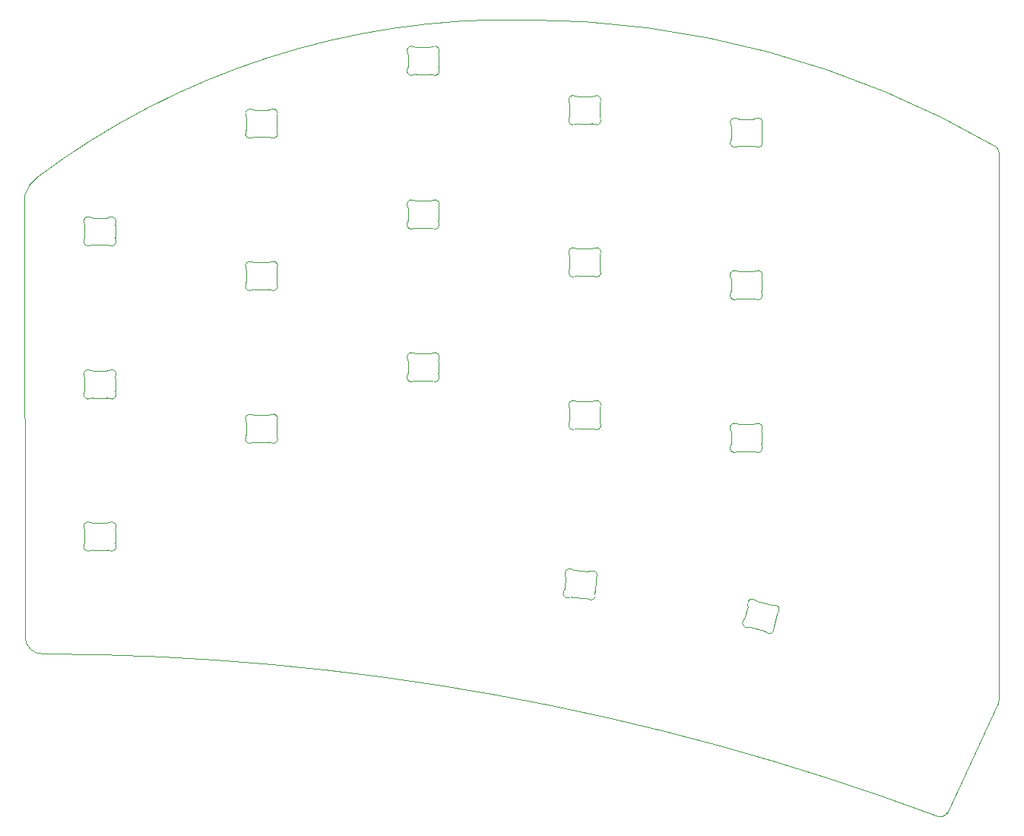
<source format=gbr>
%TF.GenerationSoftware,KiCad,Pcbnew,(6.0.0)*%
%TF.CreationDate,2022-05-05T22:03:01-07:00*%
%TF.ProjectId,half-swept,68616c66-2d73-4776-9570-742e6b696361,rev?*%
%TF.SameCoordinates,Original*%
%TF.FileFunction,Profile,NP*%
%FSLAX46Y46*%
G04 Gerber Fmt 4.6, Leading zero omitted, Abs format (unit mm)*
G04 Created by KiCad (PCBNEW (6.0.0)) date 2022-05-05 22:03:01*
%MOMM*%
%LPD*%
G01*
G04 APERTURE LIST*
%TA.AperFunction,Profile*%
%ADD10C,0.050000*%
%TD*%
%TA.AperFunction,Profile*%
%ADD11C,0.100000*%
%TD*%
G04 APERTURE END LIST*
D10*
X13807040Y-31874542D02*
X13847239Y-81142862D01*
X122358985Y-27281614D02*
G75*
G03*
X121996986Y-26477840I-1044782J12862D01*
G01*
X15233984Y-29860839D02*
G75*
G03*
X13807040Y-31874542I2445015J-3245009D01*
G01*
X121996986Y-26477840D02*
G75*
G03*
X69496986Y-12327839I-52476917J-90233342D01*
G01*
X115340162Y-101012044D02*
G75*
G03*
X15884985Y-82978959I-99965884J-268055213D01*
G01*
X13847238Y-81142862D02*
G75*
G03*
X15884985Y-82978959I1977998J146412D01*
G01*
X122358985Y-27281614D02*
X122358985Y-87977839D01*
X69496986Y-12327839D02*
G75*
G03*
X15233984Y-29860839I-1656758J-87608458D01*
G01*
X122246984Y-88477838D02*
G75*
G03*
X122358985Y-87977839I-1060057J499999D01*
G01*
X115340162Y-101012044D02*
G75*
G03*
X116546986Y-100677839I439902J757543D01*
G01*
X122246984Y-88477838D02*
X116546986Y-100677839D01*
D11*
%TO.C,D12*%
X73934949Y-75769171D02*
X74057463Y-74368836D01*
X75029041Y-73653636D02*
X76611900Y-73792118D01*
X76350431Y-76780701D02*
X74767574Y-76642219D01*
X77444523Y-74665165D02*
X77322009Y-76065500D01*
X76611900Y-73792118D02*
G75*
G03*
X76869150Y-73746065I43577J498098D01*
G01*
X77512722Y-74453425D02*
G75*
G03*
X77444523Y-74665164I429880J-255312D01*
G01*
X76595778Y-76870726D02*
G75*
G03*
X77352404Y-76285865I288923J408073D01*
G01*
X73866751Y-75980911D02*
G75*
G03*
X74510322Y-76688270I429898J-255316D01*
G01*
X74783694Y-73563610D02*
G75*
G03*
X75029040Y-73653635I288928J408081D01*
G01*
X74783694Y-73563609D02*
G75*
G03*
X74027068Y-74148470I-288923J-408073D01*
G01*
X73866751Y-75980911D02*
G75*
G03*
X73934949Y-75769172I-429889J255315D01*
G01*
X77322010Y-76065500D02*
G75*
G03*
X77352404Y-76285866I498087J-43579D01*
G01*
X77512723Y-74453425D02*
G75*
G03*
X76869150Y-73746065I-429900J255316D01*
G01*
X74057462Y-74368836D02*
G75*
G03*
X74027068Y-74148470I-498086J43579D01*
G01*
X74767574Y-76642218D02*
G75*
G03*
X74510323Y-76688272I-43576J-498108D01*
G01*
X76595778Y-76870726D02*
G75*
G03*
X76350431Y-76780701I-288927J-408081D01*
G01*
%TO.C,D16*%
X38496986Y-24600681D02*
X38496986Y-23194997D01*
X41896984Y-23194997D02*
X41896984Y-24600681D01*
X39402533Y-22397840D02*
X40991438Y-22397840D01*
X40991437Y-25397839D02*
X39402533Y-25397839D01*
X39402533Y-25397839D02*
G75*
G03*
X39150275Y-25466138I3J-500009D01*
G01*
X41946469Y-22978119D02*
G75*
G03*
X41896984Y-23194996I450505J-216876D01*
G01*
X41243696Y-25466138D02*
G75*
G03*
X41946469Y-24817558I252259J431700D01*
G01*
X40991438Y-22397840D02*
G75*
G03*
X41243696Y-22329541I-3J500009D01*
G01*
X41896984Y-24600681D02*
G75*
G03*
X41946469Y-24817559I499990J-2D01*
G01*
X38447501Y-24817559D02*
G75*
G03*
X38496986Y-24600682I-450505J216876D01*
G01*
X38496986Y-23194997D02*
G75*
G03*
X38447501Y-22978119I-499990J2D01*
G01*
X39150274Y-22329540D02*
G75*
G03*
X38447501Y-22978119I-252258J-431701D01*
G01*
X41946468Y-22978119D02*
G75*
G03*
X41243696Y-22329541I-450514J216878D01*
G01*
X41243696Y-25466138D02*
G75*
G03*
X40991437Y-25397839I-252261J-431710D01*
G01*
X39150274Y-22329540D02*
G75*
G03*
X39402532Y-22397839I252261J431710D01*
G01*
X38447501Y-24817559D02*
G75*
G03*
X39150274Y-25466136I450515J-216877D01*
G01*
%TO.C,D8*%
X56496984Y-51734680D02*
X56496984Y-50328996D01*
X59896982Y-50328996D02*
X59896982Y-51734680D01*
X57402531Y-49531839D02*
X58991436Y-49531839D01*
X58991435Y-52531838D02*
X57402531Y-52531838D01*
X59243694Y-52600137D02*
G75*
G03*
X59946467Y-51951557I252259J431700D01*
G01*
X59946466Y-50112118D02*
G75*
G03*
X59243694Y-49463540I-450514J216878D01*
G01*
X57402531Y-52531838D02*
G75*
G03*
X57150273Y-52600137I3J-500009D01*
G01*
X56447499Y-51951558D02*
G75*
G03*
X57150272Y-52600135I450515J-216877D01*
G01*
X56447499Y-51951558D02*
G75*
G03*
X56496984Y-51734681I-450505J216876D01*
G01*
X57150272Y-49463539D02*
G75*
G03*
X56447499Y-50112118I-252258J-431701D01*
G01*
X59896982Y-51734680D02*
G75*
G03*
X59946467Y-51951558I499990J-2D01*
G01*
X57150272Y-49463539D02*
G75*
G03*
X57402530Y-49531838I252261J431710D01*
G01*
X58991436Y-49531839D02*
G75*
G03*
X59243694Y-49463540I-3J500009D01*
G01*
X59946467Y-50112118D02*
G75*
G03*
X59896982Y-50328995I450505J-216876D01*
G01*
X59243694Y-52600137D02*
G75*
G03*
X58991435Y-52531838I-252261J-431710D01*
G01*
X56496984Y-50328996D02*
G75*
G03*
X56447499Y-50112118I-499990J2D01*
G01*
%TO.C,D2*%
X56496985Y-17600681D02*
X56496985Y-16194997D01*
X59896983Y-16194997D02*
X59896983Y-17600681D01*
X58991436Y-18397839D02*
X57402532Y-18397839D01*
X57402532Y-15397840D02*
X58991437Y-15397840D01*
X56447500Y-17817559D02*
G75*
G03*
X57150273Y-18466136I450515J-216877D01*
G01*
X59946467Y-15978119D02*
G75*
G03*
X59243695Y-15329541I-450514J216878D01*
G01*
X59243695Y-18466138D02*
G75*
G03*
X59946468Y-17817558I252259J431700D01*
G01*
X57150273Y-15329540D02*
G75*
G03*
X57402531Y-15397839I252261J431710D01*
G01*
X59243695Y-18466138D02*
G75*
G03*
X58991436Y-18397839I-252261J-431710D01*
G01*
X58991437Y-15397840D02*
G75*
G03*
X59243695Y-15329541I-3J500009D01*
G01*
X57150273Y-15329540D02*
G75*
G03*
X56447500Y-15978119I-252258J-431701D01*
G01*
X59946468Y-15978119D02*
G75*
G03*
X59896983Y-16194996I450505J-216876D01*
G01*
X56447500Y-17817559D02*
G75*
G03*
X56496985Y-17600682I-450505J216876D01*
G01*
X57402532Y-18397839D02*
G75*
G03*
X57150274Y-18466138I3J-500009D01*
G01*
X59896983Y-17600681D02*
G75*
G03*
X59946468Y-17817559I499990J-2D01*
G01*
X56496985Y-16194997D02*
G75*
G03*
X56447500Y-15978119I-499990J2D01*
G01*
%TO.C,D15*%
X95432631Y-77116428D02*
X96967396Y-77527667D01*
X97635767Y-78532034D02*
X97271949Y-79889820D01*
X96190938Y-80425443D02*
X94656174Y-80014204D01*
X93987803Y-79009836D02*
X94351621Y-77652049D01*
X94656174Y-80014204D02*
G75*
G03*
X94394835Y-80014887I-129408J-482973D01*
G01*
X93883872Y-79206516D02*
G75*
G03*
X93987803Y-79009837I-379023J326085D01*
G01*
X93883871Y-79206516D02*
G75*
G03*
X94394834Y-80014885I379033J-326089D01*
G01*
X95206645Y-76985166D02*
G75*
G03*
X94359954Y-77429754I-355395J-351702D01*
G01*
X97739698Y-78335353D02*
G75*
G03*
X97635767Y-78532033I379014J-326081D01*
G01*
X96416924Y-80556704D02*
G75*
G03*
X96190938Y-80425443I-355404J-351716D01*
G01*
X95206646Y-76985165D02*
G75*
G03*
X95432631Y-77116426I355399J351709D01*
G01*
X96967396Y-77527666D02*
G75*
G03*
X97228735Y-77526984I129409J482964D01*
G01*
X97739698Y-78335353D02*
G75*
G03*
X97228735Y-77526984I-379033J326089D01*
G01*
X94351621Y-77652049D02*
G75*
G03*
X94359954Y-77429754I-482953J129408D01*
G01*
X96416924Y-80556704D02*
G75*
G03*
X97263616Y-80112115I355396J351701D01*
G01*
X97271948Y-79889820D02*
G75*
G03*
X97263615Y-80112116I482954J-129409D01*
G01*
%TO.C,D11*%
X74496986Y-57068682D02*
X74496986Y-55662998D01*
X75402533Y-54865841D02*
X76991438Y-54865841D01*
X77896984Y-55662998D02*
X77896984Y-57068682D01*
X76991437Y-57865840D02*
X75402533Y-57865840D01*
X75402533Y-57865840D02*
G75*
G03*
X75150275Y-57934139I3J-500009D01*
G01*
X74496986Y-55662998D02*
G75*
G03*
X74447501Y-55446120I-499990J2D01*
G01*
X77243696Y-57934139D02*
G75*
G03*
X76991437Y-57865840I-252261J-431710D01*
G01*
X77896984Y-57068682D02*
G75*
G03*
X77946469Y-57285560I499990J-2D01*
G01*
X77946469Y-55446120D02*
G75*
G03*
X77896984Y-55662997I450505J-216876D01*
G01*
X77243696Y-57934139D02*
G75*
G03*
X77946469Y-57285559I252259J431700D01*
G01*
X74447501Y-57285560D02*
G75*
G03*
X74496986Y-57068683I-450505J216876D01*
G01*
X74447501Y-57285560D02*
G75*
G03*
X75150274Y-57934137I450515J-216877D01*
G01*
X76991438Y-54865841D02*
G75*
G03*
X77243696Y-54797542I-3J500009D01*
G01*
X75150274Y-54797541D02*
G75*
G03*
X74447501Y-55446120I-252258J-431701D01*
G01*
X77946468Y-55446120D02*
G75*
G03*
X77243696Y-54797542I-450514J216878D01*
G01*
X75150274Y-54797541D02*
G75*
G03*
X75402532Y-54865840I252261J431710D01*
G01*
%TO.C,D14*%
X76991437Y-40847840D02*
X75402533Y-40847840D01*
X74496986Y-40050682D02*
X74496986Y-38644998D01*
X77896984Y-38644998D02*
X77896984Y-40050682D01*
X75402533Y-37847841D02*
X76991438Y-37847841D01*
X76991438Y-37847841D02*
G75*
G03*
X77243696Y-37779542I-3J500009D01*
G01*
X74447501Y-40267560D02*
G75*
G03*
X74496986Y-40050683I-450505J216876D01*
G01*
X74447501Y-40267560D02*
G75*
G03*
X75150274Y-40916137I450515J-216877D01*
G01*
X75150274Y-37779541D02*
G75*
G03*
X75402532Y-37847840I252261J431710D01*
G01*
X74496986Y-38644998D02*
G75*
G03*
X74447501Y-38428120I-499990J2D01*
G01*
X77243696Y-40916139D02*
G75*
G03*
X77946469Y-40267559I252259J431700D01*
G01*
X77243696Y-40916139D02*
G75*
G03*
X76991437Y-40847840I-252261J-431710D01*
G01*
X75150274Y-37779541D02*
G75*
G03*
X74447501Y-38428120I-252258J-431701D01*
G01*
X75402533Y-40847840D02*
G75*
G03*
X75150275Y-40916139I3J-500009D01*
G01*
X77946469Y-38428120D02*
G75*
G03*
X77896984Y-38644997I450505J-216876D01*
G01*
X77946468Y-38428120D02*
G75*
G03*
X77243696Y-37779542I-450514J216878D01*
G01*
X77896984Y-40050682D02*
G75*
G03*
X77946469Y-40267560I499990J-2D01*
G01*
%TO.C,D10*%
X39402533Y-56389839D02*
X40991438Y-56389839D01*
X40991437Y-59389838D02*
X39402533Y-59389838D01*
X38496986Y-58592680D02*
X38496986Y-57186996D01*
X41896984Y-57186996D02*
X41896984Y-58592680D01*
X41946469Y-56970118D02*
G75*
G03*
X41896984Y-57186995I450505J-216876D01*
G01*
X41243696Y-59458137D02*
G75*
G03*
X41946469Y-58809557I252259J431700D01*
G01*
X41243696Y-59458137D02*
G75*
G03*
X40991437Y-59389838I-252261J-431710D01*
G01*
X40991438Y-56389839D02*
G75*
G03*
X41243696Y-56321540I-3J500009D01*
G01*
X39402533Y-59389838D02*
G75*
G03*
X39150275Y-59458137I3J-500009D01*
G01*
X38447501Y-58809558D02*
G75*
G03*
X39150274Y-59458135I450515J-216877D01*
G01*
X41896984Y-58592680D02*
G75*
G03*
X41946469Y-58809558I499990J-2D01*
G01*
X39150274Y-56321539D02*
G75*
G03*
X38447501Y-56970118I-252258J-431701D01*
G01*
X38447501Y-58809558D02*
G75*
G03*
X38496986Y-58592681I-450505J216876D01*
G01*
X39150274Y-56321539D02*
G75*
G03*
X39402532Y-56389838I252261J431710D01*
G01*
X38496986Y-57186996D02*
G75*
G03*
X38447501Y-56970118I-499990J2D01*
G01*
X41946468Y-56970118D02*
G75*
G03*
X41243696Y-56321540I-450514J216878D01*
G01*
%TO.C,D1*%
X20496986Y-36600681D02*
X20496986Y-35194997D01*
X23896984Y-35194997D02*
X23896984Y-36600681D01*
X22991437Y-37397839D02*
X21402533Y-37397839D01*
X21402533Y-34397840D02*
X22991438Y-34397840D01*
X21150274Y-34329540D02*
G75*
G03*
X20447501Y-34978119I-252258J-431701D01*
G01*
X22991438Y-34397840D02*
G75*
G03*
X23243696Y-34329541I-3J500009D01*
G01*
X21402533Y-37397839D02*
G75*
G03*
X21150275Y-37466138I3J-500009D01*
G01*
X23243696Y-37466138D02*
G75*
G03*
X22991437Y-37397839I-252261J-431710D01*
G01*
X23896984Y-36600681D02*
G75*
G03*
X23946469Y-36817559I499990J-2D01*
G01*
X23946468Y-34978119D02*
G75*
G03*
X23243696Y-34329541I-450514J216878D01*
G01*
X20447501Y-36817559D02*
G75*
G03*
X21150274Y-37466136I450515J-216877D01*
G01*
X23243696Y-37466138D02*
G75*
G03*
X23946469Y-36817558I252259J431700D01*
G01*
X23946469Y-34978119D02*
G75*
G03*
X23896984Y-35194996I450505J-216876D01*
G01*
X21150274Y-34329540D02*
G75*
G03*
X21402532Y-34397839I252261J431710D01*
G01*
X20496986Y-35194997D02*
G75*
G03*
X20447501Y-34978119I-499990J2D01*
G01*
X20447501Y-36817559D02*
G75*
G03*
X20496986Y-36600682I-450505J216876D01*
G01*
%TO.C,D9*%
X93382533Y-57405840D02*
X94971438Y-57405840D01*
X92476986Y-59608681D02*
X92476986Y-58202997D01*
X94971437Y-60405839D02*
X93382533Y-60405839D01*
X95876984Y-58202997D02*
X95876984Y-59608681D01*
X93130274Y-57337540D02*
G75*
G03*
X92427501Y-57986119I-252258J-431701D01*
G01*
X95876984Y-59608681D02*
G75*
G03*
X95926469Y-59825559I499990J-2D01*
G01*
X92427501Y-59825559D02*
G75*
G03*
X92476986Y-59608682I-450505J216876D01*
G01*
X95223696Y-60474138D02*
G75*
G03*
X94971437Y-60405839I-252261J-431710D01*
G01*
X95926468Y-57986119D02*
G75*
G03*
X95223696Y-57337541I-450514J216878D01*
G01*
X92427501Y-59825559D02*
G75*
G03*
X93130274Y-60474136I450515J-216877D01*
G01*
X93382533Y-60405839D02*
G75*
G03*
X93130275Y-60474138I3J-500009D01*
G01*
X94971438Y-57405840D02*
G75*
G03*
X95223696Y-57337541I-3J500009D01*
G01*
X93130274Y-57337540D02*
G75*
G03*
X93382532Y-57405839I252261J431710D01*
G01*
X92476986Y-58202997D02*
G75*
G03*
X92427501Y-57986119I-499990J2D01*
G01*
X95926469Y-57986119D02*
G75*
G03*
X95876984Y-58202996I450505J-216876D01*
G01*
X95223696Y-60474138D02*
G75*
G03*
X95926469Y-59825558I252259J431700D01*
G01*
%TO.C,D17*%
X74496986Y-23100681D02*
X74496986Y-21694997D01*
X77896984Y-21694997D02*
X77896984Y-23100681D01*
X76991437Y-23897839D02*
X75402533Y-23897839D01*
X75402533Y-20897840D02*
X76991438Y-20897840D01*
X75150274Y-20829540D02*
G75*
G03*
X74447501Y-21478119I-252258J-431701D01*
G01*
X74496986Y-21694997D02*
G75*
G03*
X74447501Y-21478119I-499990J2D01*
G01*
X75150274Y-20829540D02*
G75*
G03*
X75402532Y-20897839I252261J431710D01*
G01*
X74447501Y-23317559D02*
G75*
G03*
X75150274Y-23966136I450515J-216877D01*
G01*
X77946469Y-21478119D02*
G75*
G03*
X77896984Y-21694996I450505J-216876D01*
G01*
X77243696Y-23966138D02*
G75*
G03*
X77946469Y-23317558I252259J431700D01*
G01*
X77243696Y-23966138D02*
G75*
G03*
X76991437Y-23897839I-252261J-431710D01*
G01*
X75402533Y-23897839D02*
G75*
G03*
X75150275Y-23966138I3J-500009D01*
G01*
X77896984Y-23100681D02*
G75*
G03*
X77946469Y-23317559I499990J-2D01*
G01*
X76991438Y-20897840D02*
G75*
G03*
X77243696Y-20829541I-3J500009D01*
G01*
X77946468Y-21478119D02*
G75*
G03*
X77243696Y-20829541I-450514J216878D01*
G01*
X74447501Y-23317559D02*
G75*
G03*
X74496986Y-23100682I-450505J216876D01*
G01*
%TO.C,D4*%
X20496985Y-53650681D02*
X20496985Y-52244997D01*
X22991436Y-54447839D02*
X21402532Y-54447839D01*
X21402532Y-51447840D02*
X22991437Y-51447840D01*
X23896983Y-52244997D02*
X23896983Y-53650681D01*
X23243695Y-54516138D02*
G75*
G03*
X22991436Y-54447839I-252261J-431710D01*
G01*
X21150273Y-51379540D02*
G75*
G03*
X21402531Y-51447839I252261J431710D01*
G01*
X23243695Y-54516138D02*
G75*
G03*
X23946468Y-53867558I252259J431700D01*
G01*
X23946468Y-52028119D02*
G75*
G03*
X23896983Y-52244996I450505J-216876D01*
G01*
X21150273Y-51379540D02*
G75*
G03*
X20447500Y-52028119I-252258J-431701D01*
G01*
X23946467Y-52028119D02*
G75*
G03*
X23243695Y-51379541I-450514J216878D01*
G01*
X21402532Y-54447839D02*
G75*
G03*
X21150274Y-54516138I3J-500009D01*
G01*
X20447500Y-53867559D02*
G75*
G03*
X21150273Y-54516136I450515J-216877D01*
G01*
X22991437Y-51447840D02*
G75*
G03*
X23243695Y-51379541I-3J500009D01*
G01*
X20496985Y-52244997D02*
G75*
G03*
X20447500Y-52028119I-499990J2D01*
G01*
X20447500Y-53867559D02*
G75*
G03*
X20496985Y-53650682I-450505J216876D01*
G01*
X23896983Y-53650681D02*
G75*
G03*
X23946468Y-53867559I499990J-2D01*
G01*
%TO.C,D3*%
X93402532Y-23397840D02*
X94991437Y-23397840D01*
X95896983Y-24194997D02*
X95896983Y-25600681D01*
X94991436Y-26397839D02*
X93402532Y-26397839D01*
X92496985Y-25600681D02*
X92496985Y-24194997D01*
X92496985Y-24194997D02*
G75*
G03*
X92447500Y-23978119I-499990J2D01*
G01*
X92447500Y-25817559D02*
G75*
G03*
X93150273Y-26466136I450515J-216877D01*
G01*
X93150273Y-23329540D02*
G75*
G03*
X93402531Y-23397839I252261J431710D01*
G01*
X95243695Y-26466138D02*
G75*
G03*
X94991436Y-26397839I-252261J-431710D01*
G01*
X94991437Y-23397840D02*
G75*
G03*
X95243695Y-23329541I-3J500009D01*
G01*
X95896983Y-25600681D02*
G75*
G03*
X95946468Y-25817559I499990J-2D01*
G01*
X93150273Y-23329540D02*
G75*
G03*
X92447500Y-23978119I-252258J-431701D01*
G01*
X95946467Y-23978119D02*
G75*
G03*
X95243695Y-23329541I-450514J216878D01*
G01*
X95243695Y-26466138D02*
G75*
G03*
X95946468Y-25817558I252259J431700D01*
G01*
X95946468Y-23978119D02*
G75*
G03*
X95896983Y-24194996I450505J-216876D01*
G01*
X92447500Y-25817559D02*
G75*
G03*
X92496985Y-25600682I-450505J216876D01*
G01*
X93402532Y-26397839D02*
G75*
G03*
X93150274Y-26466138I3J-500009D01*
G01*
%TO.C,D7*%
X21402533Y-68397840D02*
X22991438Y-68397840D01*
X23896984Y-69194997D02*
X23896984Y-70600681D01*
X22991437Y-71397839D02*
X21402533Y-71397839D01*
X20496986Y-70600681D02*
X20496986Y-69194997D01*
X23243696Y-71466138D02*
G75*
G03*
X23946469Y-70817558I252259J431700D01*
G01*
X21402533Y-71397839D02*
G75*
G03*
X21150275Y-71466138I3J-500009D01*
G01*
X20496986Y-69194997D02*
G75*
G03*
X20447501Y-68978119I-499990J2D01*
G01*
X23946469Y-68978119D02*
G75*
G03*
X23896984Y-69194996I450505J-216876D01*
G01*
X20447501Y-70817559D02*
G75*
G03*
X21150274Y-71466136I450515J-216877D01*
G01*
X21150274Y-68329540D02*
G75*
G03*
X21402532Y-68397839I252261J431710D01*
G01*
X21150274Y-68329540D02*
G75*
G03*
X20447501Y-68978119I-252258J-431701D01*
G01*
X23946468Y-68978119D02*
G75*
G03*
X23243696Y-68329541I-450514J216878D01*
G01*
X20447501Y-70817559D02*
G75*
G03*
X20496986Y-70600682I-450505J216876D01*
G01*
X23243696Y-71466138D02*
G75*
G03*
X22991437Y-71397839I-252261J-431710D01*
G01*
X23896984Y-70600681D02*
G75*
G03*
X23946469Y-70817559I499990J-2D01*
G01*
X22991438Y-68397840D02*
G75*
G03*
X23243696Y-68329541I-3J500009D01*
G01*
%TO.C,D5*%
X56496986Y-34716681D02*
X56496986Y-33310997D01*
X59896984Y-33310997D02*
X59896984Y-34716681D01*
X58991437Y-35513839D02*
X57402533Y-35513839D01*
X57402533Y-32513840D02*
X58991438Y-32513840D01*
X56496986Y-33310997D02*
G75*
G03*
X56447501Y-33094119I-499990J2D01*
G01*
X58991438Y-32513840D02*
G75*
G03*
X59243696Y-32445541I-3J500009D01*
G01*
X57150274Y-32445540D02*
G75*
G03*
X57402532Y-32513839I252261J431710D01*
G01*
X59243696Y-35582138D02*
G75*
G03*
X59946469Y-34933558I252259J431700D01*
G01*
X56447501Y-34933559D02*
G75*
G03*
X56496986Y-34716682I-450505J216876D01*
G01*
X57402533Y-35513839D02*
G75*
G03*
X57150275Y-35582138I3J-500009D01*
G01*
X59243696Y-35582138D02*
G75*
G03*
X58991437Y-35513839I-252261J-431710D01*
G01*
X59946469Y-33094119D02*
G75*
G03*
X59896984Y-33310996I450505J-216876D01*
G01*
X59896984Y-34716681D02*
G75*
G03*
X59946469Y-34933559I499990J-2D01*
G01*
X56447501Y-34933559D02*
G75*
G03*
X57150274Y-35582136I450515J-216877D01*
G01*
X59946468Y-33094119D02*
G75*
G03*
X59243696Y-32445541I-450514J216878D01*
G01*
X57150274Y-32445540D02*
G75*
G03*
X56447501Y-33094119I-252258J-431701D01*
G01*
%TO.C,D6*%
X95876983Y-41184997D02*
X95876983Y-42590681D01*
X94971436Y-43387839D02*
X93382532Y-43387839D01*
X92476985Y-42590681D02*
X92476985Y-41184997D01*
X93382532Y-40387840D02*
X94971437Y-40387840D01*
X95223695Y-43456138D02*
G75*
G03*
X94971436Y-43387839I-252261J-431710D01*
G01*
X92427500Y-42807559D02*
G75*
G03*
X93130273Y-43456136I450515J-216877D01*
G01*
X95926468Y-40968119D02*
G75*
G03*
X95876983Y-41184996I450505J-216876D01*
G01*
X93382532Y-43387839D02*
G75*
G03*
X93130274Y-43456138I3J-500009D01*
G01*
X95926467Y-40968119D02*
G75*
G03*
X95223695Y-40319541I-450514J216878D01*
G01*
X95876983Y-42590681D02*
G75*
G03*
X95926468Y-42807559I499990J-2D01*
G01*
X92476985Y-41184997D02*
G75*
G03*
X92427500Y-40968119I-499990J2D01*
G01*
X93130273Y-40319540D02*
G75*
G03*
X93382531Y-40387839I252261J431710D01*
G01*
X92427500Y-42807559D02*
G75*
G03*
X92476985Y-42590682I-450505J216876D01*
G01*
X94971437Y-40387840D02*
G75*
G03*
X95223695Y-40319541I-3J500009D01*
G01*
X93130273Y-40319540D02*
G75*
G03*
X92427500Y-40968119I-252258J-431701D01*
G01*
X95223695Y-43456138D02*
G75*
G03*
X95926468Y-42807558I252259J431700D01*
G01*
%TO.C,D13*%
X41896984Y-40168997D02*
X41896984Y-41574681D01*
X40991437Y-42371839D02*
X39402533Y-42371839D01*
X38496986Y-41574681D02*
X38496986Y-40168997D01*
X39402533Y-39371840D02*
X40991438Y-39371840D01*
X41946468Y-39952119D02*
G75*
G03*
X41243696Y-39303541I-450514J216878D01*
G01*
X41243696Y-42440138D02*
G75*
G03*
X41946469Y-41791558I252259J431700D01*
G01*
X40991438Y-39371840D02*
G75*
G03*
X41243696Y-39303541I-3J500009D01*
G01*
X38447501Y-41791559D02*
G75*
G03*
X38496986Y-41574682I-450505J216876D01*
G01*
X39150274Y-39303540D02*
G75*
G03*
X38447501Y-39952119I-252258J-431701D01*
G01*
X41896984Y-41574681D02*
G75*
G03*
X41946469Y-41791559I499990J-2D01*
G01*
X41243696Y-42440138D02*
G75*
G03*
X40991437Y-42371839I-252261J-431710D01*
G01*
X38447501Y-41791559D02*
G75*
G03*
X39150274Y-42440136I450515J-216877D01*
G01*
X39150274Y-39303540D02*
G75*
G03*
X39402532Y-39371839I252261J431710D01*
G01*
X41946469Y-39952119D02*
G75*
G03*
X41896984Y-40168996I450505J-216876D01*
G01*
X38496986Y-40168997D02*
G75*
G03*
X38447501Y-39952119I-499990J2D01*
G01*
X39402533Y-42371839D02*
G75*
G03*
X39150275Y-42440138I3J-500009D01*
G01*
%TO.C,D34*%
X39402533Y-25397839D02*
X40991437Y-25397839D01*
X40991437Y-22397840D02*
X39402532Y-22397840D01*
X38496986Y-23194997D02*
X38496986Y-24600681D01*
X41896984Y-24600681D02*
X41896984Y-23194997D01*
X41946469Y-22978119D02*
G75*
G03*
X41896984Y-23194997I450505J-216876D01*
G01*
X41896984Y-24600682D02*
G75*
G03*
X41946469Y-24817559I499990J-1D01*
G01*
X40991438Y-22397839D02*
G75*
G03*
X41243696Y-22329540I5J499982D01*
G01*
X41946469Y-22978119D02*
G75*
G03*
X41243696Y-22329540I-450515J216878D01*
G01*
X38447501Y-24817559D02*
G75*
G03*
X38496986Y-24600681I-450505J216876D01*
G01*
X39150274Y-22329542D02*
G75*
G03*
X38447501Y-22978119I-252258J-431700D01*
G01*
X39150274Y-22329541D02*
G75*
G03*
X39402532Y-22397840I252261J431710D01*
G01*
X38496986Y-23194996D02*
G75*
G03*
X38447501Y-22978119I-499990J1D01*
G01*
X41243695Y-25466138D02*
G75*
G03*
X40991437Y-25397839I-252261J-431710D01*
G01*
X41243696Y-25466136D02*
G75*
G03*
X41946469Y-24817559I252258J431700D01*
G01*
X38447500Y-24817557D02*
G75*
G03*
X39150274Y-25466138I450516J-216879D01*
G01*
X39402533Y-25397839D02*
G75*
G03*
X39150274Y-25466138I-6J-499982D01*
G01*
%TO.C,D26*%
X59896982Y-51734680D02*
X59896982Y-50328996D01*
X56496984Y-50328996D02*
X56496984Y-51734680D01*
X57402531Y-52531838D02*
X58991435Y-52531838D01*
X58991435Y-49531839D02*
X57402530Y-49531839D01*
X59243694Y-52600135D02*
G75*
G03*
X59946467Y-51951558I252258J431700D01*
G01*
X59946467Y-50112118D02*
G75*
G03*
X59243694Y-49463539I-450515J216878D01*
G01*
X56447499Y-51951558D02*
G75*
G03*
X56496984Y-51734680I-450505J216876D01*
G01*
X57150272Y-49463540D02*
G75*
G03*
X57402530Y-49531839I252261J431710D01*
G01*
X56447498Y-51951556D02*
G75*
G03*
X57150272Y-52600137I450516J-216879D01*
G01*
X59946467Y-50112118D02*
G75*
G03*
X59896982Y-50328996I450505J-216876D01*
G01*
X57150272Y-49463541D02*
G75*
G03*
X56447499Y-50112118I-252258J-431700D01*
G01*
X59243693Y-52600137D02*
G75*
G03*
X58991435Y-52531838I-252261J-431710D01*
G01*
X56496984Y-50328995D02*
G75*
G03*
X56447499Y-50112118I-499990J1D01*
G01*
X58991436Y-49531838D02*
G75*
G03*
X59243694Y-49463539I5J499982D01*
G01*
X57402531Y-52531838D02*
G75*
G03*
X57150272Y-52600137I-6J-499982D01*
G01*
X59896982Y-51734681D02*
G75*
G03*
X59946467Y-51951558I499990J-1D01*
G01*
%TO.C,D31*%
X38496986Y-40168997D02*
X38496986Y-41574681D01*
X41896984Y-41574681D02*
X41896984Y-40168997D01*
X39402533Y-42371839D02*
X40991437Y-42371839D01*
X40991437Y-39371840D02*
X39402532Y-39371840D01*
X41946469Y-39952119D02*
G75*
G03*
X41896984Y-40168997I450505J-216876D01*
G01*
X40991438Y-39371839D02*
G75*
G03*
X41243696Y-39303540I5J499982D01*
G01*
X38447500Y-41791557D02*
G75*
G03*
X39150274Y-42440138I450516J-216879D01*
G01*
X39402533Y-42371839D02*
G75*
G03*
X39150274Y-42440138I-6J-499982D01*
G01*
X39150274Y-39303542D02*
G75*
G03*
X38447501Y-39952119I-252258J-431700D01*
G01*
X41243696Y-42440136D02*
G75*
G03*
X41946469Y-41791559I252258J431700D01*
G01*
X39150274Y-39303541D02*
G75*
G03*
X39402532Y-39371840I252261J431710D01*
G01*
X38496986Y-40168996D02*
G75*
G03*
X38447501Y-39952119I-499990J1D01*
G01*
X41896984Y-41574682D02*
G75*
G03*
X41946469Y-41791559I499990J-1D01*
G01*
X38447501Y-41791559D02*
G75*
G03*
X38496986Y-41574681I-450505J216876D01*
G01*
X41946469Y-39952119D02*
G75*
G03*
X41243696Y-39303540I-450515J216878D01*
G01*
X41243695Y-42440138D02*
G75*
G03*
X40991437Y-42371839I-252261J-431710D01*
G01*
%TO.C,D28*%
X41896984Y-58592680D02*
X41896984Y-57186996D01*
X40991437Y-56389839D02*
X39402532Y-56389839D01*
X39402533Y-59389838D02*
X40991437Y-59389838D01*
X38496986Y-57186996D02*
X38496986Y-58592680D01*
X41946469Y-56970118D02*
G75*
G03*
X41243696Y-56321539I-450515J216878D01*
G01*
X41243695Y-59458137D02*
G75*
G03*
X40991437Y-59389838I-252261J-431710D01*
G01*
X38447500Y-58809556D02*
G75*
G03*
X39150274Y-59458137I450516J-216879D01*
G01*
X40991438Y-56389838D02*
G75*
G03*
X41243696Y-56321539I5J499982D01*
G01*
X41243696Y-59458135D02*
G75*
G03*
X41946469Y-58809558I252258J431700D01*
G01*
X39150274Y-56321541D02*
G75*
G03*
X38447501Y-56970118I-252258J-431700D01*
G01*
X41896984Y-58592681D02*
G75*
G03*
X41946469Y-58809558I499990J-1D01*
G01*
X41946469Y-56970118D02*
G75*
G03*
X41896984Y-57186996I450505J-216876D01*
G01*
X39402533Y-59389838D02*
G75*
G03*
X39150274Y-59458137I-6J-499982D01*
G01*
X38447501Y-58809558D02*
G75*
G03*
X38496986Y-58592680I-450505J216876D01*
G01*
X38496986Y-57186995D02*
G75*
G03*
X38447501Y-56970118I-499990J1D01*
G01*
X39150274Y-56321540D02*
G75*
G03*
X39402532Y-56389839I252261J431710D01*
G01*
%TO.C,D32*%
X75402533Y-40847840D02*
X76991437Y-40847840D01*
X77896984Y-40050682D02*
X77896984Y-38644998D01*
X74496986Y-38644998D02*
X74496986Y-40050682D01*
X76991437Y-37847841D02*
X75402532Y-37847841D01*
X74447501Y-40267560D02*
G75*
G03*
X74496986Y-40050682I-450505J216876D01*
G01*
X77896984Y-40050683D02*
G75*
G03*
X77946469Y-40267560I499990J-1D01*
G01*
X75402533Y-40847840D02*
G75*
G03*
X75150274Y-40916139I-6J-499982D01*
G01*
X77946469Y-38428120D02*
G75*
G03*
X77243696Y-37779541I-450515J216878D01*
G01*
X76991438Y-37847840D02*
G75*
G03*
X77243696Y-37779541I5J499982D01*
G01*
X77243696Y-40916137D02*
G75*
G03*
X77946469Y-40267560I252258J431700D01*
G01*
X74447500Y-40267558D02*
G75*
G03*
X75150274Y-40916139I450516J-216879D01*
G01*
X74496986Y-38644997D02*
G75*
G03*
X74447501Y-38428120I-499990J1D01*
G01*
X75150274Y-37779542D02*
G75*
G03*
X75402532Y-37847841I252261J431710D01*
G01*
X77243695Y-40916139D02*
G75*
G03*
X76991437Y-40847840I-252261J-431710D01*
G01*
X77946469Y-38428120D02*
G75*
G03*
X77896984Y-38644998I450505J-216876D01*
G01*
X75150274Y-37779543D02*
G75*
G03*
X74447501Y-38428120I-252258J-431700D01*
G01*
%TO.C,D21*%
X95896983Y-25600681D02*
X95896983Y-24194997D01*
X92496985Y-24194997D02*
X92496985Y-25600681D01*
X93402532Y-26397839D02*
X94991436Y-26397839D01*
X94991436Y-23397840D02*
X93402531Y-23397840D01*
X92447499Y-25817557D02*
G75*
G03*
X93150273Y-26466138I450516J-216879D01*
G01*
X95896983Y-25600682D02*
G75*
G03*
X95946468Y-25817559I499990J-1D01*
G01*
X93150273Y-23329541D02*
G75*
G03*
X93402531Y-23397840I252261J431710D01*
G01*
X95946468Y-23978119D02*
G75*
G03*
X95896983Y-24194997I450505J-216876D01*
G01*
X94991437Y-23397839D02*
G75*
G03*
X95243695Y-23329540I5J499982D01*
G01*
X95946468Y-23978119D02*
G75*
G03*
X95243695Y-23329540I-450515J216878D01*
G01*
X92496985Y-24194996D02*
G75*
G03*
X92447500Y-23978119I-499990J1D01*
G01*
X92447500Y-25817559D02*
G75*
G03*
X92496985Y-25600681I-450505J216876D01*
G01*
X93402532Y-26397839D02*
G75*
G03*
X93150273Y-26466138I-6J-499982D01*
G01*
X95243695Y-26466136D02*
G75*
G03*
X95946468Y-25817559I252258J431700D01*
G01*
X93150273Y-23329542D02*
G75*
G03*
X92447500Y-23978119I-252258J-431700D01*
G01*
X95243694Y-26466138D02*
G75*
G03*
X94991436Y-26397839I-252261J-431710D01*
G01*
%TO.C,D19*%
X21402533Y-37397839D02*
X22991437Y-37397839D01*
X20496986Y-35194997D02*
X20496986Y-36600681D01*
X23896984Y-36600681D02*
X23896984Y-35194997D01*
X22991437Y-34397840D02*
X21402532Y-34397840D01*
X23243696Y-37466136D02*
G75*
G03*
X23946469Y-36817559I252258J431700D01*
G01*
X23946469Y-34978119D02*
G75*
G03*
X23896984Y-35194997I450505J-216876D01*
G01*
X23896984Y-36600682D02*
G75*
G03*
X23946469Y-36817559I499990J-1D01*
G01*
X21150274Y-34329541D02*
G75*
G03*
X21402532Y-34397840I252261J431710D01*
G01*
X22991438Y-34397839D02*
G75*
G03*
X23243696Y-34329540I5J499982D01*
G01*
X20447501Y-36817559D02*
G75*
G03*
X20496986Y-36600681I-450505J216876D01*
G01*
X21150274Y-34329542D02*
G75*
G03*
X20447501Y-34978119I-252258J-431700D01*
G01*
X20496986Y-35194996D02*
G75*
G03*
X20447501Y-34978119I-499990J1D01*
G01*
X20447500Y-36817557D02*
G75*
G03*
X21150274Y-37466138I450516J-216879D01*
G01*
X23946469Y-34978119D02*
G75*
G03*
X23243696Y-34329540I-450515J216878D01*
G01*
X23243695Y-37466138D02*
G75*
G03*
X22991437Y-37397839I-252261J-431710D01*
G01*
X21402533Y-37397839D02*
G75*
G03*
X21150274Y-37466138I-6J-499982D01*
G01*
%TO.C,D23*%
X57402533Y-35513839D02*
X58991437Y-35513839D01*
X56496986Y-33310997D02*
X56496986Y-34716681D01*
X58991437Y-32513840D02*
X57402532Y-32513840D01*
X59896984Y-34716681D02*
X59896984Y-33310997D01*
X59946469Y-33094119D02*
G75*
G03*
X59896984Y-33310997I450505J-216876D01*
G01*
X59243696Y-35582136D02*
G75*
G03*
X59946469Y-34933559I252258J431700D01*
G01*
X59896984Y-34716682D02*
G75*
G03*
X59946469Y-34933559I499990J-1D01*
G01*
X58991438Y-32513839D02*
G75*
G03*
X59243696Y-32445540I5J499982D01*
G01*
X59243695Y-35582138D02*
G75*
G03*
X58991437Y-35513839I-252261J-431710D01*
G01*
X59946469Y-33094119D02*
G75*
G03*
X59243696Y-32445540I-450515J216878D01*
G01*
X57150274Y-32445542D02*
G75*
G03*
X56447501Y-33094119I-252258J-431700D01*
G01*
X56496986Y-33310996D02*
G75*
G03*
X56447501Y-33094119I-499990J1D01*
G01*
X57150274Y-32445541D02*
G75*
G03*
X57402532Y-32513840I252261J431710D01*
G01*
X56447500Y-34933557D02*
G75*
G03*
X57150274Y-35582138I450516J-216879D01*
G01*
X57402533Y-35513839D02*
G75*
G03*
X57150274Y-35582138I-6J-499982D01*
G01*
X56447501Y-34933559D02*
G75*
G03*
X56496986Y-34716681I-450505J216876D01*
G01*
%TO.C,D22*%
X20496985Y-52244997D02*
X20496985Y-53650681D01*
X23896983Y-53650681D02*
X23896983Y-52244997D01*
X21402532Y-54447839D02*
X22991436Y-54447839D01*
X22991436Y-51447840D02*
X21402531Y-51447840D01*
X22991437Y-51447839D02*
G75*
G03*
X23243695Y-51379540I5J499982D01*
G01*
X23243694Y-54516138D02*
G75*
G03*
X22991436Y-54447839I-252261J-431710D01*
G01*
X21402532Y-54447839D02*
G75*
G03*
X21150273Y-54516138I-6J-499982D01*
G01*
X23243695Y-54516136D02*
G75*
G03*
X23946468Y-53867559I252258J431700D01*
G01*
X20447500Y-53867559D02*
G75*
G03*
X20496985Y-53650681I-450505J216876D01*
G01*
X20447499Y-53867557D02*
G75*
G03*
X21150273Y-54516138I450516J-216879D01*
G01*
X21150273Y-51379542D02*
G75*
G03*
X20447500Y-52028119I-252258J-431700D01*
G01*
X23946468Y-52028119D02*
G75*
G03*
X23243695Y-51379540I-450515J216878D01*
G01*
X23946468Y-52028119D02*
G75*
G03*
X23896983Y-52244997I450505J-216876D01*
G01*
X21150273Y-51379541D02*
G75*
G03*
X21402531Y-51447840I252261J431710D01*
G01*
X23896983Y-53650682D02*
G75*
G03*
X23946468Y-53867559I499990J-1D01*
G01*
X20496985Y-52244996D02*
G75*
G03*
X20447500Y-52028119I-499990J1D01*
G01*
%TO.C,D35*%
X74496986Y-21694997D02*
X74496986Y-23100681D01*
X75402533Y-23897839D02*
X76991437Y-23897839D01*
X76991437Y-20897840D02*
X75402532Y-20897840D01*
X77896984Y-23100681D02*
X77896984Y-21694997D01*
X77946469Y-21478119D02*
G75*
G03*
X77896984Y-21694997I450505J-216876D01*
G01*
X75150274Y-20829541D02*
G75*
G03*
X75402532Y-20897840I252261J431710D01*
G01*
X74447501Y-23317559D02*
G75*
G03*
X74496986Y-23100681I-450505J216876D01*
G01*
X77243695Y-23966138D02*
G75*
G03*
X76991437Y-23897839I-252261J-431710D01*
G01*
X77896984Y-23100682D02*
G75*
G03*
X77946469Y-23317559I499990J-1D01*
G01*
X77243696Y-23966136D02*
G75*
G03*
X77946469Y-23317559I252258J431700D01*
G01*
X74496986Y-21694996D02*
G75*
G03*
X74447501Y-21478119I-499990J1D01*
G01*
X77946469Y-21478119D02*
G75*
G03*
X77243696Y-20829540I-450515J216878D01*
G01*
X75402533Y-23897839D02*
G75*
G03*
X75150274Y-23966138I-6J-499982D01*
G01*
X76991438Y-20897839D02*
G75*
G03*
X77243696Y-20829540I5J499982D01*
G01*
X75150274Y-20829542D02*
G75*
G03*
X74447501Y-21478119I-252258J-431700D01*
G01*
X74447500Y-23317557D02*
G75*
G03*
X75150274Y-23966138I450516J-216879D01*
G01*
%TO.C,D25*%
X23896984Y-70600681D02*
X23896984Y-69194997D01*
X20496986Y-69194997D02*
X20496986Y-70600681D01*
X21402533Y-71397839D02*
X22991437Y-71397839D01*
X22991437Y-68397840D02*
X21402532Y-68397840D01*
X23243696Y-71466136D02*
G75*
G03*
X23946469Y-70817559I252258J431700D01*
G01*
X20496986Y-69194996D02*
G75*
G03*
X20447501Y-68978119I-499990J1D01*
G01*
X23243695Y-71466138D02*
G75*
G03*
X22991437Y-71397839I-252261J-431710D01*
G01*
X23946469Y-68978119D02*
G75*
G03*
X23243696Y-68329540I-450515J216878D01*
G01*
X23946469Y-68978119D02*
G75*
G03*
X23896984Y-69194997I450505J-216876D01*
G01*
X21150274Y-68329542D02*
G75*
G03*
X20447501Y-68978119I-252258J-431700D01*
G01*
X22991438Y-68397839D02*
G75*
G03*
X23243696Y-68329540I5J499982D01*
G01*
X21402533Y-71397839D02*
G75*
G03*
X21150274Y-71466138I-6J-499982D01*
G01*
X23896984Y-70600682D02*
G75*
G03*
X23946469Y-70817559I499990J-1D01*
G01*
X20447501Y-70817559D02*
G75*
G03*
X20496986Y-70600681I-450505J216876D01*
G01*
X20447500Y-70817557D02*
G75*
G03*
X21150274Y-71466138I450516J-216879D01*
G01*
X21150274Y-68329541D02*
G75*
G03*
X21402532Y-68397840I252261J431710D01*
G01*
%TO.C,D24*%
X95876983Y-42590681D02*
X95876983Y-41184997D01*
X93382532Y-43387839D02*
X94971436Y-43387839D01*
X94971436Y-40387840D02*
X93382531Y-40387840D01*
X92476985Y-41184997D02*
X92476985Y-42590681D01*
X95876983Y-42590682D02*
G75*
G03*
X95926468Y-42807559I499990J-1D01*
G01*
X92427500Y-42807559D02*
G75*
G03*
X92476985Y-42590681I-450505J216876D01*
G01*
X92476985Y-41184996D02*
G75*
G03*
X92427500Y-40968119I-499990J1D01*
G01*
X93130273Y-40319542D02*
G75*
G03*
X92427500Y-40968119I-252258J-431700D01*
G01*
X92427499Y-42807557D02*
G75*
G03*
X93130273Y-43456138I450516J-216879D01*
G01*
X93130273Y-40319541D02*
G75*
G03*
X93382531Y-40387840I252261J431710D01*
G01*
X95926468Y-40968119D02*
G75*
G03*
X95223695Y-40319540I-450515J216878D01*
G01*
X95223695Y-43456136D02*
G75*
G03*
X95926468Y-42807559I252258J431700D01*
G01*
X95926468Y-40968119D02*
G75*
G03*
X95876983Y-41184997I450505J-216876D01*
G01*
X94971437Y-40387839D02*
G75*
G03*
X95223695Y-40319540I5J499982D01*
G01*
X95223694Y-43456138D02*
G75*
G03*
X94971436Y-43387839I-252261J-431710D01*
G01*
X93382532Y-43387839D02*
G75*
G03*
X93130273Y-43456138I-6J-499982D01*
G01*
%TO.C,D30*%
X77322009Y-76065500D02*
X77444523Y-74665165D01*
X76611899Y-73792118D02*
X75029040Y-73653636D01*
X74057463Y-74368836D02*
X73934949Y-75769171D01*
X74767574Y-76642219D02*
X76350431Y-76780701D01*
X76595778Y-76870724D02*
G75*
G03*
X77352404Y-76285866I288923J408072D01*
G01*
X77512722Y-74453425D02*
G75*
G03*
X77444523Y-74665165I429888J-255315D01*
G01*
X74057462Y-74368835D02*
G75*
G03*
X74027068Y-74148470I-498086J43578D01*
G01*
X73866749Y-75980909D02*
G75*
G03*
X74510322Y-76688272I429900J-255318D01*
G01*
X73866750Y-75980910D02*
G75*
G03*
X73934949Y-75769171I-429888J255314D01*
G01*
X76595777Y-76870726D02*
G75*
G03*
X76350431Y-76780701I-288925J-408073D01*
G01*
X74767574Y-76642219D02*
G75*
G03*
X74510322Y-76688272I-43583J-498079D01*
G01*
X76611900Y-73792117D02*
G75*
G03*
X76869150Y-73746064I43577J498098D01*
G01*
X74783694Y-73563611D02*
G75*
G03*
X75029040Y-73653636I288927J408081D01*
G01*
X74783694Y-73563610D02*
G75*
G03*
X74027068Y-74148470I-288923J-408073D01*
G01*
X77512722Y-74453425D02*
G75*
G03*
X76869150Y-73746064I-429899J255317D01*
G01*
X77322010Y-76065501D02*
G75*
G03*
X77352404Y-76285866I498087J-43578D01*
G01*
%TO.C,D29*%
X77896984Y-57068682D02*
X77896984Y-55662998D01*
X74496986Y-55662998D02*
X74496986Y-57068682D01*
X76991437Y-54865841D02*
X75402532Y-54865841D01*
X75402533Y-57865840D02*
X76991437Y-57865840D01*
X77243696Y-57934137D02*
G75*
G03*
X77946469Y-57285560I252258J431700D01*
G01*
X74447500Y-57285558D02*
G75*
G03*
X75150274Y-57934139I450516J-216879D01*
G01*
X77946469Y-55446120D02*
G75*
G03*
X77243696Y-54797541I-450515J216878D01*
G01*
X77896984Y-57068683D02*
G75*
G03*
X77946469Y-57285560I499990J-1D01*
G01*
X75150274Y-54797543D02*
G75*
G03*
X74447501Y-55446120I-252258J-431700D01*
G01*
X77946469Y-55446120D02*
G75*
G03*
X77896984Y-55662998I450505J-216876D01*
G01*
X77243695Y-57934139D02*
G75*
G03*
X76991437Y-57865840I-252261J-431710D01*
G01*
X74447501Y-57285560D02*
G75*
G03*
X74496986Y-57068682I-450505J216876D01*
G01*
X74496986Y-55662997D02*
G75*
G03*
X74447501Y-55446120I-499990J1D01*
G01*
X76991438Y-54865840D02*
G75*
G03*
X77243696Y-54797541I5J499982D01*
G01*
X75402533Y-57865840D02*
G75*
G03*
X75150274Y-57934139I-6J-499982D01*
G01*
X75150274Y-54797542D02*
G75*
G03*
X75402532Y-54865841I252261J431710D01*
G01*
%TO.C,D33*%
X94351621Y-77652049D02*
X93987803Y-79009836D01*
X96967395Y-77527666D02*
X95432630Y-77116427D01*
X97271949Y-79889820D02*
X97635767Y-78532034D01*
X94656174Y-80014204D02*
X96190938Y-80425443D01*
X93883871Y-79206514D02*
G75*
G03*
X94394834Y-80014887I379033J-326091D01*
G01*
X95206646Y-76985166D02*
G75*
G03*
X94359954Y-77429754I-355396J-351702D01*
G01*
X96416926Y-80556701D02*
G75*
G03*
X97263615Y-80112116I355394J351700D01*
G01*
X96416923Y-80556704D02*
G75*
G03*
X96190938Y-80425443I-355400J-351710D01*
G01*
X97739698Y-78335353D02*
G75*
G03*
X97228736Y-77526983I-379032J326090D01*
G01*
X94351621Y-77652048D02*
G75*
G03*
X94359954Y-77429754I-482983J129408D01*
G01*
X96967396Y-77527665D02*
G75*
G03*
X97228736Y-77526983I129410J482944D01*
G01*
X97271948Y-79889821D02*
G75*
G03*
X97263615Y-80112116I482954J-129408D01*
G01*
X95206646Y-76985166D02*
G75*
G03*
X95432630Y-77116427I355399J351709D01*
G01*
X94656174Y-80014205D02*
G75*
G03*
X94394834Y-80014887I-129410J-482943D01*
G01*
X97739699Y-78335353D02*
G75*
G03*
X97635767Y-78532034I379021J-326086D01*
G01*
X93883872Y-79206516D02*
G75*
G03*
X93987803Y-79009836I-379023J326085D01*
G01*
%TO.C,D20*%
X56496985Y-16194997D02*
X56496985Y-17600681D01*
X58991436Y-15397840D02*
X57402531Y-15397840D01*
X59896983Y-17600681D02*
X59896983Y-16194997D01*
X57402532Y-18397839D02*
X58991436Y-18397839D01*
X59243695Y-18466136D02*
G75*
G03*
X59946468Y-17817559I252258J431700D01*
G01*
X59946468Y-15978119D02*
G75*
G03*
X59896983Y-16194997I450505J-216876D01*
G01*
X57402532Y-18397839D02*
G75*
G03*
X57150273Y-18466138I-6J-499982D01*
G01*
X59946468Y-15978119D02*
G75*
G03*
X59243695Y-15329540I-450515J216878D01*
G01*
X56447499Y-17817557D02*
G75*
G03*
X57150273Y-18466138I450516J-216879D01*
G01*
X59896983Y-17600682D02*
G75*
G03*
X59946468Y-17817559I499990J-1D01*
G01*
X57150273Y-15329542D02*
G75*
G03*
X56447500Y-15978119I-252258J-431700D01*
G01*
X59243694Y-18466138D02*
G75*
G03*
X58991436Y-18397839I-252261J-431710D01*
G01*
X56447500Y-17817559D02*
G75*
G03*
X56496985Y-17600681I-450505J216876D01*
G01*
X56496985Y-16194996D02*
G75*
G03*
X56447500Y-15978119I-499990J1D01*
G01*
X58991437Y-15397839D02*
G75*
G03*
X59243695Y-15329540I5J499982D01*
G01*
X57150273Y-15329541D02*
G75*
G03*
X57402531Y-15397840I252261J431710D01*
G01*
%TO.C,D27*%
X93382533Y-60405839D02*
X94971437Y-60405839D01*
X92476986Y-58202997D02*
X92476986Y-59608681D01*
X95876984Y-59608681D02*
X95876984Y-58202997D01*
X94971437Y-57405840D02*
X93382532Y-57405840D01*
X95926469Y-57986119D02*
G75*
G03*
X95876984Y-58202997I450505J-216876D01*
G01*
X92427500Y-59825557D02*
G75*
G03*
X93130274Y-60474138I450516J-216879D01*
G01*
X95926469Y-57986119D02*
G75*
G03*
X95223696Y-57337540I-450515J216878D01*
G01*
X92427501Y-59825559D02*
G75*
G03*
X92476986Y-59608681I-450505J216876D01*
G01*
X94971438Y-57405839D02*
G75*
G03*
X95223696Y-57337540I5J499982D01*
G01*
X92476986Y-58202996D02*
G75*
G03*
X92427501Y-57986119I-499990J1D01*
G01*
X95223696Y-60474136D02*
G75*
G03*
X95926469Y-59825559I252258J431700D01*
G01*
X95876984Y-59608682D02*
G75*
G03*
X95926469Y-59825559I499990J-1D01*
G01*
X93382533Y-60405839D02*
G75*
G03*
X93130274Y-60474138I-6J-499982D01*
G01*
X93130274Y-57337542D02*
G75*
G03*
X92427501Y-57986119I-252258J-431700D01*
G01*
X95223695Y-60474138D02*
G75*
G03*
X94971437Y-60405839I-252261J-431710D01*
G01*
X93130274Y-57337541D02*
G75*
G03*
X93382532Y-57405840I252261J431710D01*
G01*
%TD*%
M02*

</source>
